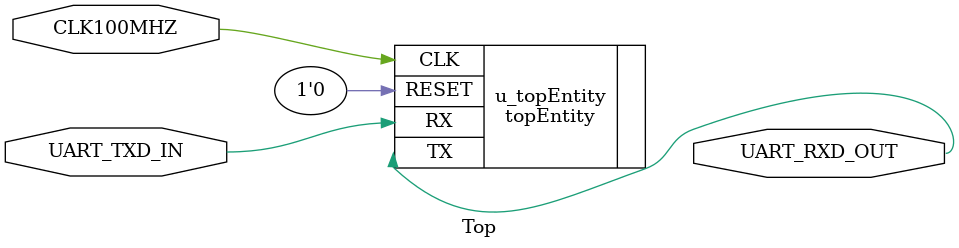
<source format=v>
module Top(
           input        CLK100MHZ,
           input        UART_TXD_IN,
           output       UART_RXD_OUT
           );

   topEntity u_topEntity
     (.CLK(CLK100MHZ),
      .RESET(1'b0),
      .RX(UART_TXD_IN),
      .TX(UART_RXD_OUT)
      );

endmodule

</source>
